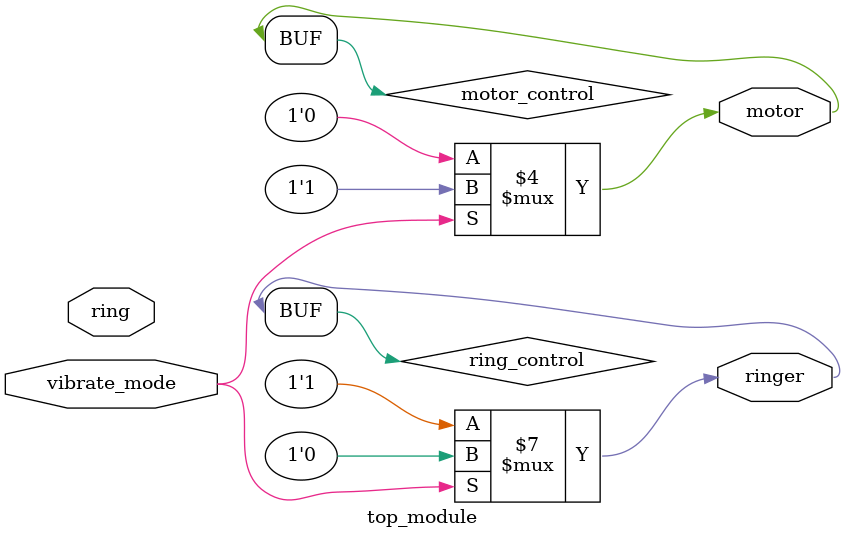
<source format=sv>
module top_module(
  input ring,
  input vibrate_mode,
  output ringer,
  output motor
);

  // Declare wire to control the ringer and motor
  wire ring_control, motor_control;

  // Process for controlling the ringer and motor
  always @(ring or vibrate_mode) begin
    if (vibrate_mode == 1) begin
      // Vibrate mode is enabled, turn on the motor
      ring_control <= 0;
      motor_control <= 1;
    end else begin
      // Vibrate mode is disabled, turn on the ringer
      ring_control <= 1;
      motor_control <= 0;
    end
  end

  // Assign control signals to the ringer and motor outputs
  assign ringer = ring_control;
  assign motor = motor_control;

endmodule

</source>
